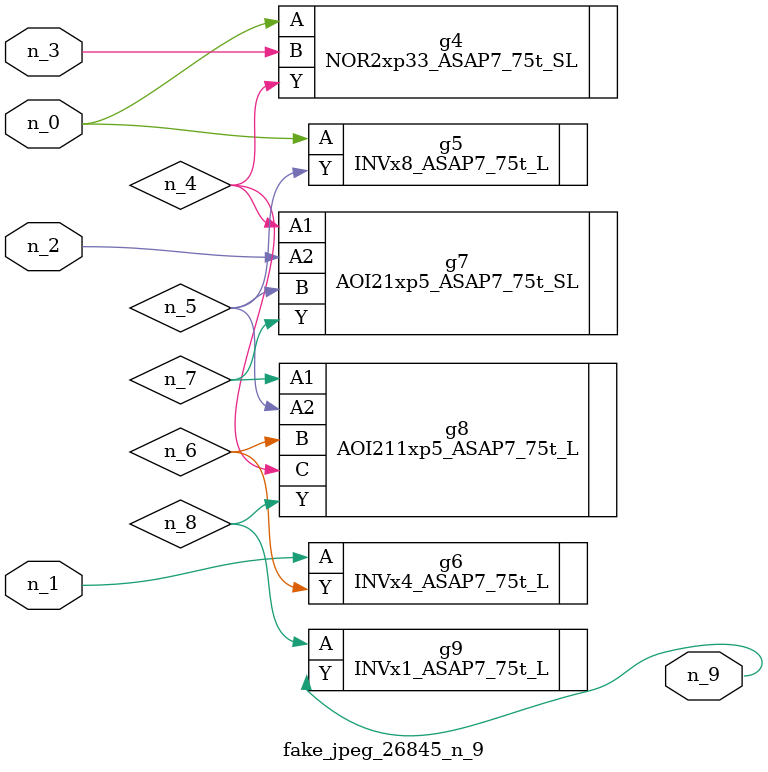
<source format=v>
module fake_jpeg_26845_n_9 (n_0, n_3, n_2, n_1, n_9);

input n_0;
input n_3;
input n_2;
input n_1;

output n_9;

wire n_4;
wire n_8;
wire n_6;
wire n_5;
wire n_7;

NOR2xp33_ASAP7_75t_SL g4 ( 
.A(n_0),
.B(n_3),
.Y(n_4)
);

INVx8_ASAP7_75t_L g5 ( 
.A(n_0),
.Y(n_5)
);

INVx4_ASAP7_75t_L g6 ( 
.A(n_1),
.Y(n_6)
);

AOI21xp5_ASAP7_75t_SL g7 ( 
.A1(n_4),
.A2(n_2),
.B(n_5),
.Y(n_7)
);

AOI211xp5_ASAP7_75t_L g8 ( 
.A1(n_7),
.A2(n_5),
.B(n_6),
.C(n_4),
.Y(n_8)
);

INVx1_ASAP7_75t_L g9 ( 
.A(n_8),
.Y(n_9)
);


endmodule
</source>
